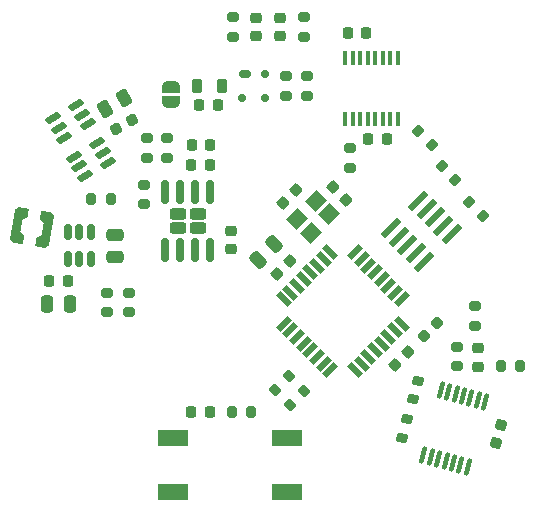
<source format=gbp>
%TF.GenerationSoftware,KiCad,Pcbnew,9.0.0*%
%TF.CreationDate,2025-05-02T17:15:01+02:00*%
%TF.ProjectId,009_RGB Sound Control Light Bar Redesign_fraseross,3030395f-5247-4422-9053-6f756e642043,rev?*%
%TF.SameCoordinates,Original*%
%TF.FileFunction,Paste,Bot*%
%TF.FilePolarity,Positive*%
%FSLAX46Y46*%
G04 Gerber Fmt 4.6, Leading zero omitted, Abs format (unit mm)*
G04 Created by KiCad (PCBNEW 9.0.0) date 2025-05-02 17:15:01*
%MOMM*%
%LPD*%
G01*
G04 APERTURE LIST*
G04 Aperture macros list*
%AMRoundRect*
0 Rectangle with rounded corners*
0 $1 Rounding radius*
0 $2 $3 $4 $5 $6 $7 $8 $9 X,Y pos of 4 corners*
0 Add a 4 corners polygon primitive as box body*
4,1,4,$2,$3,$4,$5,$6,$7,$8,$9,$2,$3,0*
0 Add four circle primitives for the rounded corners*
1,1,$1+$1,$2,$3*
1,1,$1+$1,$4,$5*
1,1,$1+$1,$6,$7*
1,1,$1+$1,$8,$9*
0 Add four rect primitives between the rounded corners*
20,1,$1+$1,$2,$3,$4,$5,0*
20,1,$1+$1,$4,$5,$6,$7,0*
20,1,$1+$1,$6,$7,$8,$9,0*
20,1,$1+$1,$8,$9,$2,$3,0*%
%AMRotRect*
0 Rectangle, with rotation*
0 The origin of the aperture is its center*
0 $1 length*
0 $2 width*
0 $3 Rotation angle, in degrees counterclockwise*
0 Add horizontal line*
21,1,$1,$2,0,0,$3*%
%AMFreePoly0*
4,1,23,0.500000,-0.750000,0.000000,-0.750000,0.000000,-0.745722,-0.065263,-0.745722,-0.191342,-0.711940,-0.304381,-0.646677,-0.396677,-0.554381,-0.461940,-0.441342,-0.495722,-0.315263,-0.495722,-0.250000,-0.500000,-0.250000,-0.500000,0.250000,-0.495722,0.250000,-0.495722,0.315263,-0.461940,0.441342,-0.396677,0.554381,-0.304381,0.646677,-0.191342,0.711940,-0.065263,0.745722,0.000000,0.745722,
0.000000,0.750000,0.500000,0.750000,0.500000,-0.750000,0.500000,-0.750000,$1*%
%AMFreePoly1*
4,1,23,0.000000,0.745722,0.065263,0.745722,0.191342,0.711940,0.304381,0.646677,0.396677,0.554381,0.461940,0.441342,0.495722,0.315263,0.495722,0.250000,0.500000,0.250000,0.500000,-0.250000,0.495722,-0.250000,0.495722,-0.315263,0.461940,-0.441342,0.396677,-0.554381,0.304381,-0.646677,0.191342,-0.711940,0.065263,-0.745722,0.000000,-0.745722,0.000000,-0.750000,-0.500000,-0.750000,
-0.500000,0.750000,0.000000,0.750000,0.000000,0.745722,0.000000,0.745722,$1*%
%AMFreePoly2*
4,1,11,0.760000,0.825000,0.380000,0.510000,0.380000,-0.510000,0.760000,-0.825000,0.760000,-1.525000,-0.125000,-1.525000,-0.380000,-1.270000,-0.380000,1.270000,-0.125000,1.525000,0.760000,1.525000,0.760000,0.825000,0.760000,0.825000,$1*%
G04 Aperture macros list end*
%ADD10RoundRect,0.225000X-0.225000X-0.250000X0.225000X-0.250000X0.225000X0.250000X-0.225000X0.250000X0*%
%ADD11FreePoly0,270.000000*%
%ADD12FreePoly1,270.000000*%
%ADD13RoundRect,0.225000X-0.250000X0.225000X-0.250000X-0.225000X0.250000X-0.225000X0.250000X0.225000X0*%
%ADD14RoundRect,0.225000X0.183247X-0.282038X0.299716X0.152629X-0.183247X0.282038X-0.299716X-0.152629X0*%
%ADD15R,0.400000X1.200000*%
%ADD16RoundRect,0.225000X0.225000X0.250000X-0.225000X0.250000X-0.225000X-0.250000X0.225000X-0.250000X0*%
%ADD17RoundRect,0.200000X0.053033X-0.335876X0.335876X-0.053033X-0.053033X0.335876X-0.335876X0.053033X0*%
%ADD18RoundRect,0.225000X0.250000X-0.225000X0.250000X0.225000X-0.250000X0.225000X-0.250000X-0.225000X0*%
%ADD19RoundRect,0.225000X0.017678X-0.335876X0.335876X-0.017678X-0.017678X0.335876X-0.335876X0.017678X0*%
%ADD20RoundRect,0.175000X-0.325000X0.175000X-0.325000X-0.175000X0.325000X-0.175000X0.325000X0.175000X0*%
%ADD21RoundRect,0.150000X-0.150000X0.200000X-0.150000X-0.200000X0.150000X-0.200000X0.150000X0.200000X0*%
%ADD22RoundRect,0.200000X-0.275000X0.200000X-0.275000X-0.200000X0.275000X-0.200000X0.275000X0.200000X0*%
%ADD23RoundRect,0.200000X0.275000X-0.200000X0.275000X0.200000X-0.275000X0.200000X-0.275000X-0.200000X0*%
%ADD24RoundRect,0.200000X-0.213866X0.264360X-0.317393X-0.122010X0.213866X-0.264360X0.317393X0.122010X0*%
%ADD25RoundRect,0.250000X-0.475000X0.250000X-0.475000X-0.250000X0.475000X-0.250000X0.475000X0.250000X0*%
%ADD26RotRect,2.000000X0.500000X45.000000*%
%ADD27RoundRect,0.225000X-0.335876X-0.017678X-0.017678X-0.335876X0.335876X0.017678X0.017678X0.335876X0*%
%ADD28RoundRect,0.100000X0.068405X0.641660X-0.261590X-0.589896X-0.068405X-0.641660X0.261590X0.589896X0*%
%ADD29RoundRect,0.200000X0.200000X0.275000X-0.200000X0.275000X-0.200000X-0.275000X0.200000X-0.275000X0*%
%ADD30RoundRect,0.250000X-0.159099X0.512652X-0.512652X0.159099X0.159099X-0.512652X0.512652X-0.159099X0*%
%ADD31RoundRect,0.200000X-0.200000X-0.275000X0.200000X-0.275000X0.200000X0.275000X-0.200000X0.275000X0*%
%ADD32RoundRect,0.250000X0.002332X0.520961X-0.452332X0.258461X-0.002332X-0.520961X0.452332X-0.258461X0*%
%ADD33RoundRect,0.200000X0.335876X0.053033X0.053033X0.335876X-0.335876X-0.053033X-0.053033X-0.335876X0*%
%ADD34RoundRect,0.218750X-0.218750X-0.381250X0.218750X-0.381250X0.218750X0.381250X-0.218750X0.381250X0*%
%ADD35RoundRect,0.150000X0.368838X0.386154X-0.518838X-0.126346X-0.368838X-0.386154X0.518838X0.126346X0*%
%ADD36R,2.600000X1.400000*%
%ADD37RotRect,1.400000X1.200000X45.000000*%
%ADD38RoundRect,0.225000X-0.017678X0.335876X-0.335876X0.017678X0.017678X-0.335876X0.335876X-0.017678X0*%
%ADD39FreePoly2,170.000000*%
%ADD40FreePoly2,350.000000*%
%ADD41RoundRect,0.218750X-0.026517X0.335876X-0.335876X0.026517X0.026517X-0.335876X0.335876X-0.026517X0*%
%ADD42RoundRect,0.225000X-0.069856X-0.329006X0.319856X-0.104006X0.069856X0.329006X-0.319856X0.104006X0*%
%ADD43RoundRect,0.150000X-0.368838X-0.386154X0.518838X0.126346X0.368838X0.386154X-0.518838X-0.126346X0*%
%ADD44RoundRect,0.150000X0.150000X-0.512500X0.150000X0.512500X-0.150000X0.512500X-0.150000X-0.512500X0*%
%ADD45RotRect,0.507200X1.416799X225.000000*%
%ADD46RotRect,0.507200X1.416799X315.000000*%
%ADD47RoundRect,0.250000X-0.250000X-0.475000X0.250000X-0.475000X0.250000X0.475000X-0.250000X0.475000X0*%
%ADD48RoundRect,0.200000X-0.335876X-0.053033X-0.053033X-0.335876X0.335876X0.053033X0.053033X0.335876X0*%
%ADD49RoundRect,0.250000X-0.440000X0.255000X-0.440000X-0.255000X0.440000X-0.255000X0.440000X0.255000X0*%
%ADD50RoundRect,0.150000X-0.150000X0.825000X-0.150000X-0.825000X0.150000X-0.825000X0.150000X0.825000X0*%
G04 APERTURE END LIST*
D10*
%TO.C,C13*%
X124774999Y-109500000D03*
X126325001Y-109500000D03*
%TD*%
%TO.C,C12*%
X137975000Y-100050000D03*
X139525000Y-100050000D03*
%TD*%
D11*
%TO.C,JP2*%
X123000000Y-104600000D03*
D12*
X123000000Y-105900000D03*
%TD*%
D13*
%TO.C,C18*%
X128100000Y-116774999D03*
X128100000Y-118325001D03*
%TD*%
D14*
%TO.C,C21*%
X150569193Y-134701547D03*
X150970363Y-133204361D03*
%TD*%
D15*
%TO.C,U1*%
X142222500Y-107350000D03*
X141587500Y-107350000D03*
X140952500Y-107350000D03*
X140317500Y-107350000D03*
X139682500Y-107350000D03*
X139047500Y-107350000D03*
X138412500Y-107350000D03*
X137777500Y-107350000D03*
X137777500Y-102150000D03*
X138412500Y-102150000D03*
X139047500Y-102150000D03*
X139682500Y-102150000D03*
X140317500Y-102150000D03*
X140952500Y-102150000D03*
X141587500Y-102150000D03*
X142222500Y-102150000D03*
%TD*%
D16*
%TO.C,C1*%
X126275001Y-132100000D03*
X124724999Y-132100000D03*
%TD*%
D17*
%TO.C,R2*%
X131833274Y-130266726D03*
X133000000Y-129100000D03*
%TD*%
D18*
%TO.C,C11*%
X132250000Y-100275000D03*
X132250000Y-98725000D03*
%TD*%
D19*
%TO.C,C2*%
X142001992Y-128148008D03*
X143098008Y-127051992D03*
%TD*%
D20*
%TO.C,D2*%
X129250000Y-103500000D03*
D21*
X130950000Y-103500000D03*
X130950000Y-105500000D03*
X129050000Y-105500000D03*
%TD*%
D22*
%TO.C,R26*%
X147250000Y-126575000D03*
X147250000Y-128225000D03*
%TD*%
D23*
%TO.C,R9*%
X128250000Y-100325000D03*
X128250000Y-98675000D03*
%TD*%
D24*
%TO.C,R24*%
X143963526Y-129453111D03*
X143536474Y-131046889D03*
%TD*%
D18*
%TO.C,C10*%
X130250000Y-100275000D03*
X130250000Y-98725000D03*
%TD*%
D25*
%TO.C,C17*%
X118250000Y-117100000D03*
X118250000Y-119000000D03*
%TD*%
D17*
%TO.C,R3*%
X133083274Y-131516726D03*
X134250000Y-130350000D03*
%TD*%
D26*
%TO.C,J4*%
X144447487Y-119380940D03*
X146780940Y-117047488D03*
X143740381Y-118673833D03*
X146073833Y-116340381D03*
X143033274Y-117966726D03*
X145366726Y-115633274D03*
X142326167Y-117259619D03*
X144659619Y-114926167D03*
X141619060Y-116552512D03*
X143952513Y-114219060D03*
%TD*%
D27*
%TO.C,C4*%
X136751992Y-113051992D03*
X137848008Y-114148008D03*
%TD*%
D28*
%TO.C,U6*%
X145857314Y-130230340D03*
X146485166Y-130398572D03*
X147113017Y-130566805D03*
X147740869Y-130735037D03*
X148368722Y-130903270D03*
X148996573Y-131071502D03*
X149624426Y-131239735D03*
X148142686Y-136769660D03*
X147514834Y-136601428D03*
X146886983Y-136433195D03*
X146259131Y-136264963D03*
X145631278Y-136096730D03*
X145003427Y-135928498D03*
X144375574Y-135760265D03*
%TD*%
D29*
%TO.C,R23*%
X152575000Y-128250000D03*
X150925000Y-128250000D03*
%TD*%
D16*
%TO.C,C23*%
X141275001Y-109000000D03*
X139724999Y-109000000D03*
%TD*%
D29*
%TO.C,R1*%
X129825000Y-132100000D03*
X128175000Y-132100000D03*
%TD*%
D22*
%TO.C,R7*%
X138150000Y-109800000D03*
X138150000Y-111450000D03*
%TD*%
D30*
%TO.C,C22*%
X131721752Y-117928248D03*
X130378248Y-119271752D03*
%TD*%
D31*
%TO.C,R18*%
X116275000Y-114100000D03*
X117925000Y-114100000D03*
%TD*%
D32*
%TO.C,R17*%
X119040248Y-105543750D03*
X117459752Y-106456250D03*
%TD*%
D33*
%TO.C,R5*%
X145083363Y-109483363D03*
X143916637Y-108316637D03*
%TD*%
D22*
%TO.C,R20*%
X119450000Y-122025000D03*
X119450000Y-123675000D03*
%TD*%
D23*
%TO.C,R15*%
X148750000Y-124825000D03*
X148750000Y-123175000D03*
%TD*%
D34*
%TO.C,FB2*%
X125187500Y-104500000D03*
X127312500Y-104500000D03*
%TD*%
D35*
%TO.C,Q1*%
X116760104Y-109358526D03*
X117235104Y-110181250D03*
X117710104Y-111003974D03*
X115739896Y-112141474D03*
X115264896Y-111318750D03*
X114789896Y-110496026D03*
%TD*%
D10*
%TO.C,C16*%
X112724999Y-121000000D03*
X114275001Y-121000000D03*
%TD*%
D36*
%TO.C,SW2*%
X132800003Y-134349998D03*
X123200000Y-134350000D03*
X132800000Y-138850000D03*
X123199997Y-138850002D03*
%TD*%
D37*
%TO.C,Y1*%
X133706496Y-115812128D03*
X135262128Y-114256498D03*
X136393504Y-115387872D03*
X134837872Y-116943502D03*
%TD*%
D38*
%TO.C,C5*%
X133598008Y-113301992D03*
X132501992Y-114398008D03*
%TD*%
D39*
%TO.C,L1*%
X112500705Y-116720532D03*
D40*
X109999295Y-116279468D03*
%TD*%
D41*
%TO.C,FB3*%
X145550000Y-124600000D03*
X144436306Y-125713696D03*
%TD*%
D42*
%TO.C,C14*%
X118328830Y-108137500D03*
X119671170Y-107362500D03*
%TD*%
D23*
%TO.C,R21*%
X120950000Y-110575000D03*
X120950000Y-108925000D03*
%TD*%
D16*
%TO.C,C9*%
X126975001Y-106100000D03*
X125424999Y-106100000D03*
%TD*%
D24*
%TO.C,R25*%
X142963526Y-132703111D03*
X142536474Y-134296889D03*
%TD*%
D43*
%TO.C,U4*%
X113989896Y-108891474D03*
X113514896Y-108068750D03*
X113039896Y-107246026D03*
X115010104Y-106108526D03*
X115485104Y-106931250D03*
X115960104Y-107753974D03*
%TD*%
D23*
%TO.C,R22*%
X122700000Y-110575000D03*
X122700000Y-108925000D03*
%TD*%
D22*
%TO.C,R16*%
X120700001Y-112875000D03*
X120699999Y-114525000D03*
%TD*%
D19*
%TO.C,C19*%
X132001992Y-120398008D03*
X133098008Y-119301992D03*
%TD*%
D44*
%TO.C,U5*%
X116200000Y-119137500D03*
X115250000Y-119137500D03*
X114300000Y-119137500D03*
X114300000Y-116862500D03*
X115250000Y-116862500D03*
X116200000Y-116862500D03*
%TD*%
D45*
%TO.C,U2*%
X132554715Y-122564511D03*
X133120399Y-121998827D03*
X133686085Y-121433141D03*
X134251771Y-120867455D03*
X134817455Y-120301771D03*
X135383141Y-119736085D03*
X135948826Y-119170400D03*
X136514511Y-118604715D03*
D46*
X138585489Y-118604715D03*
X139151173Y-119170399D03*
X139716859Y-119736085D03*
X140282545Y-120301771D03*
X140848229Y-120867455D03*
X141413915Y-121433141D03*
X141979600Y-121998826D03*
X142545285Y-122564511D03*
D45*
X142545285Y-124635489D03*
X141979601Y-125201173D03*
X141413915Y-125766859D03*
X140848229Y-126332545D03*
X140282545Y-126898229D03*
X139716859Y-127463915D03*
X139151174Y-128029600D03*
X138585489Y-128595285D03*
D46*
X136514511Y-128595285D03*
X135948827Y-128029601D03*
X135383141Y-127463915D03*
X134817455Y-126898229D03*
X134251771Y-126332545D03*
X133686085Y-125766859D03*
X133120400Y-125201174D03*
X132554715Y-124635489D03*
%TD*%
D47*
%TO.C,C15*%
X112550000Y-122960000D03*
X114450000Y-122960000D03*
%TD*%
D48*
%TO.C,R6*%
X148266637Y-114366637D03*
X149433363Y-115533363D03*
%TD*%
D49*
%TO.C,U3*%
X125274999Y-115325001D03*
X123625000Y-115325001D03*
X125274998Y-116525001D03*
X123624999Y-116525001D03*
D50*
X122544999Y-113450001D03*
X123814999Y-113450001D03*
X125084999Y-113450001D03*
X126355000Y-113450002D03*
X126354999Y-118400001D03*
X125084999Y-118400001D03*
X123814999Y-118400001D03*
X122544998Y-118400000D03*
%TD*%
D23*
%TO.C,R11*%
X134250000Y-100325000D03*
X134250000Y-98675000D03*
%TD*%
%TO.C,R14*%
X132750000Y-105325000D03*
X132750000Y-103675000D03*
%TD*%
D22*
%TO.C,R13*%
X134500000Y-103675000D03*
X134500000Y-105325000D03*
%TD*%
D18*
%TO.C,C20*%
X149000000Y-128275000D03*
X149000000Y-126725000D03*
%TD*%
D23*
%TO.C,R19*%
X117600000Y-123675000D03*
X117600000Y-122025000D03*
%TD*%
D48*
%TO.C,R4*%
X145916637Y-111266637D03*
X147083363Y-112433363D03*
%TD*%
D10*
%TO.C,C6*%
X124724999Y-111200000D03*
X126275001Y-111200000D03*
%TD*%
M02*

</source>
